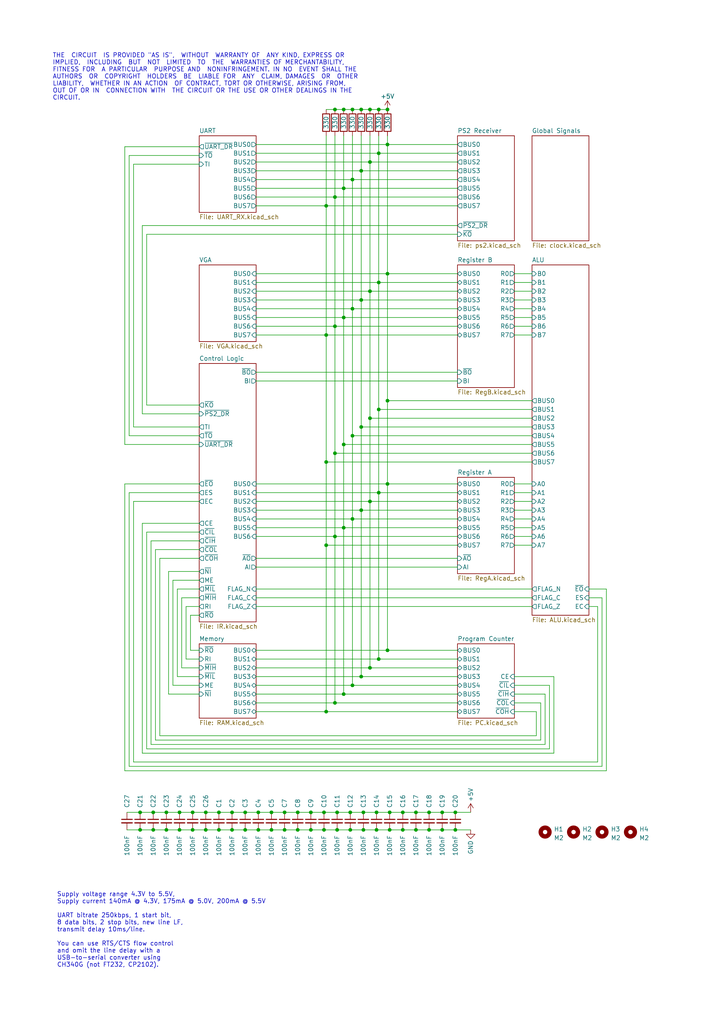
<source format=kicad_sch>
(kicad_sch (version 20211123) (generator eeschema)
  (paper "A4" portrait)
  (title_block (title "Minimal 64 Home Computer") (date "2023-06-22") (rev "1.2") (comment 2 "creativecommons.org/licenses/by-nc-sa/4.0/") (comment 3 "This work is licensed under CC BY-NC-SA 4.0") (comment 4 "Author: Carsten Herting (slu4)"))
  (lib_symbols
    (symbol "Device:C_Small" (pin_numbers hide) (pin_names (offset 0.254) hide)
      (property "Reference" "C" (at 0.254 1.778 0))
      (property "Value" "C_Small" (at 0.254 -2.032 0))
      (symbol "C_Small_0_1"
        (polyline (pts (xy -1.524 -0.508) (xy 1.524 -0.508)) (stroke (width 0.3302)))
        (polyline (pts (xy -1.524 0.508) (xy 1.524 0.508)) (stroke (width 0.3048)))
      )
      (symbol "C_Small_1_1"
        (pin passive line (at 0 2.54 270) (length 2.032) (name "~") (number "1"))
        (pin passive line (at 0 -2.54 90) (length 2.032) (name "~") (number "2"))
      )
    )
    (symbol "Device:R" (pin_numbers hide) (pin_names (offset 0))
      (property "Reference" "R" (at 2.032 0 90))
      (property "Value" "R" (at 0 0 90))
      (symbol "R_0_1"
        (rectangle (start -1.016 -2.54) (end 1.016 2.54) (stroke (width 0.254)))
      )
      (symbol "R_1_1"
        (pin passive line (at 0 3.81 270) (length 1.27) (name "~") (number "1"))
        (pin passive line (at 0 -3.81 90) (length 1.27) (name "~") (number "2"))
      )
    )
    (symbol "Mechanical:MountingHole" (pin_names (offset 1.016))
      (property "Reference" "H" (at 0 5.08 0))
      (property "Value" "MountingHole" (at 0 3.175 0))
      (symbol "MountingHole_0_1"
        (circle (center 0 0) (radius 1.27) (stroke (width 1.27)))
      )
    )
    (symbol "power:+5V" (power) (pin_names (offset 0))
      (property "Value" "+5V" (at 0 3.556 0))
      (symbol "+5V_0_1"
        (polyline (pts (xy -0.762 1.27) (xy 0 2.54)))
        (polyline (pts (xy 0 0) (xy 0 2.54)))
        (polyline (pts (xy 0 2.54) (xy 0.762 1.27)))
      )
      (symbol "+5V_1_1"
        (pin power_in line (at 0 0 90) (length 0) hide (name "+5V") (number "1"))
      )
    )
    (symbol "power:GND" (power) (pin_names (offset 0))
      (property "Value" "GND" (at 0 -3.81 0))
      (symbol "GND_0_1"
        (polyline (pts (xy 0 0) (xy 0 -1.27) (xy 1.27 -1.27) (xy 0 -2.54) (xy -1.27 -1.27) (xy 0 -1.27)))
      )
      (symbol "GND_1_1"
        (pin power_in line (at 0 0 270) (length 0) hide (name "GND") (number "1"))
      )
    )
  )
  (junction (at 109.855 31.75))
  (junction (at 107.315 193.675))
  (junction (at 63.5 235.585))
  (junction (at 112.395 79.375))
  (junction (at 71.12 235.585))
  (junction (at 102.235 150.495))
  (junction (at 120.65 240.665))
  (junction (at 101.6 235.585))
  (junction (at 109.22 240.665))
  (junction (at 74.93 240.665))
  (junction (at 132.08 240.665))
  (junction (at 104.775 196.215))
  (junction (at 112.395 31.75))
  (junction (at 107.315 84.455))
  (junction (at 107.315 31.75))
  (junction (at 107.315 145.415))
  (junction (at 94.615 97.155))
  (junction (at 78.74 240.665))
  (junction (at 116.84 240.665))
  (junction (at 94.615 133.985))
  (junction (at 116.84 235.585))
  (junction (at 104.775 86.995))
  (junction (at 99.695 92.075))
  (junction (at 97.155 203.835))
  (junction (at 97.155 131.445))
  (junction (at 44.45 240.665))
  (junction (at 55.88 235.585))
  (junction (at 102.235 31.75))
  (junction (at 82.55 240.665))
  (junction (at 44.45 235.585))
  (junction (at 102.235 89.535))
  (junction (at 132.08 235.585))
  (junction (at 94.615 59.69))
  (junction (at 112.395 41.91))
  (junction (at 109.855 81.915))
  (junction (at 101.6 240.665))
  (junction (at 104.775 123.825))
  (junction (at 82.55 235.585))
  (junction (at 128.27 240.665))
  (junction (at 112.395 188.595))
  (junction (at 97.155 57.15))
  (junction (at 97.155 94.615))
  (junction (at 105.41 235.585))
  (junction (at 40.64 240.665))
  (junction (at 113.03 235.585))
  (junction (at 99.695 31.75))
  (junction (at 52.07 240.665))
  (junction (at 67.31 240.665))
  (junction (at 109.855 118.745))
  (junction (at 67.31 235.585))
  (junction (at 48.26 235.585))
  (junction (at 99.695 153.035))
  (junction (at 112.395 140.335))
  (junction (at 109.22 235.585))
  (junction (at 109.855 191.135))
  (junction (at 105.41 240.665))
  (junction (at 63.5 240.665))
  (junction (at 86.36 240.665))
  (junction (at 102.235 52.07))
  (junction (at 97.155 155.575))
  (junction (at 102.235 126.365))
  (junction (at 104.775 49.53))
  (junction (at 59.69 240.665))
  (junction (at 120.65 235.585))
  (junction (at 104.775 31.75))
  (junction (at 97.79 240.665))
  (junction (at 71.12 240.665))
  (junction (at 107.315 46.99))
  (junction (at 55.88 240.665))
  (junction (at 102.235 198.755))
  (junction (at 109.855 44.45))
  (junction (at 112.395 116.205))
  (junction (at 124.46 235.585))
  (junction (at 104.775 147.955))
  (junction (at 99.695 54.61))
  (junction (at 40.64 235.585))
  (junction (at 59.69 235.585))
  (junction (at 99.695 128.905))
  (junction (at 90.17 240.665))
  (junction (at 107.315 121.285))
  (junction (at 113.03 240.665))
  (junction (at 128.27 235.585))
  (junction (at 99.695 201.295))
  (junction (at 109.855 142.875))
  (junction (at 94.615 158.115))
  (junction (at 48.26 240.665))
  (junction (at 86.36 235.585))
  (junction (at 78.74 235.585))
  (junction (at 124.46 240.665))
  (junction (at 90.17 235.585))
  (junction (at 93.98 240.665))
  (junction (at 93.98 235.585))
  (junction (at 97.79 235.585))
  (junction (at 97.155 31.75))
  (junction (at 74.93 235.585))
  (junction (at 94.615 206.375))
  (junction (at 52.07 235.585))
  (wire (pts (xy 94.615 133.985) (xy 94.615 158.115)))
  (wire (pts (xy 74.295 191.135) (xy 109.855 191.135)))
  (wire (pts (xy 154.305 97.155) (xy 149.225 97.155)))
  (wire (pts (xy 90.17 240.665) (xy 93.98 240.665)))
  (wire (pts (xy 36.195 128.905) (xy 36.195 42.545)))
  (wire (pts (xy 97.155 39.37) (xy 97.155 57.15)))
  (wire (pts (xy 132.715 52.07) (xy 102.235 52.07)))
  (wire (pts (xy 86.36 235.585) (xy 90.17 235.585)))
  (wire (pts (xy 37.465 142.875) (xy 57.785 142.875)))
  (wire (pts (xy 102.235 198.755) (xy 102.235 150.495)))
  (wire (pts (xy 109.855 118.745) (xy 154.305 118.745)))
  (wire (pts (xy 99.695 31.75) (xy 102.235 31.75)))
  (wire (pts (xy 44.45 235.585) (xy 48.26 235.585)))
  (wire (pts (xy 104.775 31.75) (xy 107.315 31.75)))
  (wire (pts (xy 41.275 218.44) (xy 160.655 218.44)))
  (wire (pts (xy 174.625 173.355) (xy 174.625 222.25)))
  (wire (pts (xy 41.275 151.765) (xy 41.275 218.44)))
  (wire (pts (xy 94.615 39.37) (xy 94.615 59.69)))
  (wire (pts (xy 104.775 196.215) (xy 132.715 196.215)))
  (wire (pts (xy 42.545 154.305) (xy 57.785 154.305)))
  (wire (pts (xy 55.88 235.585) (xy 59.69 235.585)))
  (wire (pts (xy 41.275 120.015) (xy 41.275 65.405)))
  (wire (pts (xy 149.225 153.035) (xy 154.305 153.035)))
  (wire (pts (xy 74.295 193.675) (xy 107.315 193.675)))
  (wire (pts (xy 42.545 67.945) (xy 132.715 67.945)))
  (wire (pts (xy 44.45 240.665) (xy 48.26 240.665)))
  (wire (pts (xy 37.465 126.365) (xy 57.785 126.365)))
  (wire (pts (xy 57.785 117.475) (xy 42.545 117.475)))
  (wire (pts (xy 113.03 240.665) (xy 116.84 240.665)))
  (wire (pts (xy 107.315 121.285) (xy 154.305 121.285)))
  (wire (pts (xy 38.735 123.825) (xy 38.735 47.625)))
  (wire (pts (xy 48.26 235.585) (xy 52.07 235.585)))
  (wire (pts (xy 71.12 240.665) (xy 74.93 240.665)))
  (wire (pts (xy 99.695 92.075) (xy 99.695 128.905)))
  (wire (pts (xy 112.395 116.205) (xy 154.305 116.205)))
  (wire (pts (xy 99.695 153.035) (xy 74.295 153.035)))
  (wire (pts (xy 109.855 81.915) (xy 109.855 118.745)))
  (wire (pts (xy 50.165 198.755) (xy 57.785 198.755)))
  (wire (pts (xy 90.17 235.585) (xy 93.98 235.585)))
  (wire (pts (xy 112.395 116.205) (xy 112.395 140.335)))
  (wire (pts (xy 94.615 31.75) (xy 97.155 31.75)))
  (wire (pts (xy 160.655 218.44) (xy 160.655 196.215)))
  (wire (pts (xy 132.715 147.955) (xy 104.775 147.955)))
  (wire (pts (xy 97.155 31.75) (xy 99.695 31.75)))
  (wire (pts (xy 67.31 240.665) (xy 71.12 240.665)))
  (wire (pts (xy 74.295 107.95) (xy 132.715 107.95)))
  (wire (pts (xy 74.295 110.49) (xy 132.715 110.49)))
  (wire (pts (xy 57.785 168.275) (xy 50.165 168.275)))
  (wire (pts (xy 149.225 140.335) (xy 154.305 140.335)))
  (wire (pts (xy 104.775 49.53) (xy 132.715 49.53)))
  (wire (pts (xy 107.315 46.99) (xy 107.315 84.455)))
  (wire (pts (xy 36.195 140.335) (xy 57.785 140.335)))
  (wire (pts (xy 45.085 214.63) (xy 45.085 159.385)))
  (wire (pts (xy 57.785 151.765) (xy 41.275 151.765)))
  (wire (pts (xy 107.315 39.37) (xy 107.315 46.99)))
  (wire (pts (xy 74.295 46.99) (xy 107.315 46.99)))
  (wire (pts (xy 101.6 240.665) (xy 105.41 240.665)))
  (wire (pts (xy 149.225 147.955) (xy 154.305 147.955)))
  (wire (pts (xy 105.41 240.665) (xy 109.22 240.665)))
  (wire (pts (xy 102.235 31.75) (xy 104.775 31.75)))
  (wire (pts (xy 116.84 235.585) (xy 120.65 235.585)))
  (wire (pts (xy 57.785 178.435) (xy 55.245 178.435)))
  (wire (pts (xy 46.355 161.925) (xy 46.355 213.36)))
  (wire (pts (xy 173.355 175.895) (xy 170.815 175.895)))
  (wire (pts (xy 38.735 145.415) (xy 57.785 145.415)))
  (wire (pts (xy 53.975 191.135) (xy 57.785 191.135)))
  (wire (pts (xy 63.5 235.585) (xy 67.31 235.585)))
  (wire (pts (xy 51.435 196.215) (xy 57.785 196.215)))
  (wire (pts (xy 99.695 153.035) (xy 132.715 153.035)))
  (wire (pts (xy 37.465 45.085) (xy 37.465 126.365)))
  (wire (pts (xy 120.65 240.665) (xy 124.46 240.665)))
  (wire (pts (xy 46.355 161.925) (xy 57.785 161.925)))
  (wire (pts (xy 105.41 235.585) (xy 109.22 235.585)))
  (wire (pts (xy 101.6 235.585) (xy 105.41 235.585)))
  (wire (pts (xy 102.235 52.07) (xy 102.235 89.535)))
  (wire (pts (xy 170.815 173.355) (xy 174.625 173.355)))
  (wire (pts (xy 52.705 193.675) (xy 52.705 173.355)))
  (wire (pts (xy 86.36 240.665) (xy 90.17 240.665)))
  (wire (pts (xy 109.855 31.75) (xy 112.395 31.75)))
  (wire (pts (xy 94.615 206.375) (xy 132.715 206.375)))
  (wire (pts (xy 57.785 170.815) (xy 51.435 170.815)))
  (wire (pts (xy 36.195 42.545) (xy 57.785 42.545)))
  (wire (pts (xy 74.295 89.535) (xy 102.235 89.535)))
  (wire (pts (xy 104.775 123.825) (xy 154.305 123.825)))
  (wire (pts (xy 94.615 59.69) (xy 94.615 97.155)))
  (wire (pts (xy 94.615 59.69) (xy 132.715 59.69)))
  (wire (pts (xy 112.395 39.37) (xy 112.395 41.91)))
  (wire (pts (xy 109.855 81.915) (xy 74.295 81.915)))
  (wire (pts (xy 74.295 201.295) (xy 99.695 201.295)))
  (wire (pts (xy 43.815 156.845) (xy 57.785 156.845)))
  (wire (pts (xy 74.295 188.595) (xy 112.395 188.595)))
  (wire (pts (xy 102.235 89.535) (xy 102.235 126.365)))
  (wire (pts (xy 97.155 131.445) (xy 154.305 131.445)))
  (wire (pts (xy 97.79 235.585) (xy 101.6 235.585)))
  (wire (pts (xy 116.84 240.665) (xy 120.65 240.665)))
  (wire (pts (xy 74.295 161.925) (xy 132.715 161.925)))
  (wire (pts (xy 109.22 235.585) (xy 113.03 235.585)))
  (wire (pts (xy 48.26 240.665) (xy 52.07 240.665)))
  (wire (pts (xy 132.715 145.415) (xy 107.315 145.415)))
  (wire (pts (xy 71.12 235.585) (xy 74.93 235.585)))
  (wire (pts (xy 74.295 140.335) (xy 112.395 140.335)))
  (wire (pts (xy 132.08 240.665) (xy 136.525 240.665)))
  (wire (pts (xy 104.775 39.37) (xy 104.775 49.53)))
  (wire (pts (xy 74.93 240.665) (xy 78.74 240.665)))
  (wire (pts (xy 51.435 170.815) (xy 51.435 196.215)))
  (wire (pts (xy 160.655 196.215) (xy 149.225 196.215)))
  (wire (pts (xy 132.715 140.335) (xy 112.395 140.335)))
  (wire (pts (xy 154.305 142.875) (xy 149.225 142.875)))
  (wire (pts (xy 99.695 153.035) (xy 99.695 201.295)))
  (wire (pts (xy 45.085 214.63) (xy 156.845 214.63)))
  (wire (pts (xy 173.355 220.98) (xy 173.355 175.895)))
  (wire (pts (xy 104.775 147.955) (xy 74.295 147.955)))
  (wire (pts (xy 149.225 89.535) (xy 154.305 89.535)))
  (wire (pts (xy 41.275 65.405) (xy 132.715 65.405)))
  (wire (pts (xy 99.695 39.37) (xy 99.695 54.61)))
  (wire (pts (xy 94.615 158.115) (xy 94.615 206.375)))
  (wire (pts (xy 74.295 52.07) (xy 102.235 52.07)))
  (wire (pts (xy 99.695 128.905) (xy 99.695 153.035)))
  (wire (pts (xy 63.5 240.665) (xy 67.31 240.665)))
  (wire (pts (xy 132.715 155.575) (xy 97.155 155.575)))
  (wire (pts (xy 154.305 86.995) (xy 149.225 86.995)))
  (wire (pts (xy 36.83 235.585) (xy 40.64 235.585)))
  (wire (pts (xy 112.395 79.375) (xy 112.395 116.205)))
  (wire (pts (xy 155.575 206.375) (xy 155.575 213.36)))
  (wire (pts (xy 82.55 235.585) (xy 86.36 235.585)))
  (wire (pts (xy 50.165 168.275) (xy 50.165 198.755)))
  (wire (pts (xy 112.395 41.91) (xy 112.395 79.375)))
  (wire (pts (xy 109.855 118.745) (xy 109.855 142.875)))
  (wire (pts (xy 53.975 175.895) (xy 53.975 191.135)))
  (wire (pts (xy 99.695 201.295) (xy 132.715 201.295)))
  (wire (pts (xy 48.895 165.735) (xy 57.785 165.735)))
  (wire (pts (xy 57.785 120.015) (xy 41.275 120.015)))
  (wire (pts (xy 37.465 222.25) (xy 37.465 142.875)))
  (wire (pts (xy 109.22 240.665) (xy 113.03 240.665)))
  (wire (pts (xy 59.69 235.585) (xy 63.5 235.585)))
  (wire (pts (xy 55.245 188.595) (xy 55.245 178.435)))
  (wire (pts (xy 38.735 145.415) (xy 38.735 220.98)))
  (wire (pts (xy 97.155 131.445) (xy 97.155 155.575)))
  (wire (pts (xy 46.355 213.36) (xy 155.575 213.36)))
  (wire (pts (xy 104.775 49.53) (xy 104.775 86.995)))
  (wire (pts (xy 74.295 57.15) (xy 97.155 57.15)))
  (wire (pts (xy 109.855 191.135) (xy 109.855 142.875)))
  (wire (pts (xy 107.315 31.75) (xy 109.855 31.75)))
  (wire (pts (xy 74.295 164.465) (xy 132.715 164.465)))
  (wire (pts (xy 93.98 235.585) (xy 97.79 235.585)))
  (wire (pts (xy 55.88 240.665) (xy 59.69 240.665)))
  (wire (pts (xy 132.715 81.915) (xy 109.855 81.915)))
  (wire (pts (xy 42.545 154.305) (xy 42.545 217.17)))
  (wire (pts (xy 74.295 94.615) (xy 97.155 94.615)))
  (wire (pts (xy 109.855 44.45) (xy 109.855 81.915)))
  (wire (pts (xy 102.235 39.37) (xy 102.235 52.07)))
  (wire (pts (xy 102.235 126.365) (xy 102.235 150.495)))
  (wire (pts (xy 107.315 121.285) (xy 107.315 145.415)))
  (wire (pts (xy 63.5 240.665) (xy 59.69 240.665)))
  (wire (pts (xy 74.295 150.495) (xy 102.235 150.495)))
  (wire (pts (xy 57.785 201.295) (xy 48.895 201.295)))
  (wire (pts (xy 109.855 191.135) (xy 132.715 191.135)))
  (wire (pts (xy 99.695 54.61) (xy 132.715 54.61)))
  (wire (pts (xy 42.545 117.475) (xy 42.545 67.945)))
  (wire (pts (xy 159.385 198.755) (xy 159.385 217.17)))
  (wire (pts (xy 52.07 240.665) (xy 55.88 240.665)))
  (wire (pts (xy 57.785 173.355) (xy 52.705 173.355)))
  (wire (pts (xy 120.65 235.585) (xy 124.46 235.585)))
  (wire (pts (xy 149.225 201.295) (xy 158.115 201.295)))
  (wire (pts (xy 43.815 156.845) (xy 43.815 215.9)))
  (wire (pts (xy 175.895 223.52) (xy 36.195 223.52)))
  (wire (pts (xy 55.245 188.595) (xy 57.785 188.595)))
  (wire (pts (xy 104.775 86.995) (xy 104.775 123.825)))
  (wire (pts (xy 149.225 84.455) (xy 154.305 84.455)))
  (wire (pts (xy 158.115 201.295) (xy 158.115 215.9)))
  (wire (pts (xy 78.74 235.585) (xy 82.55 235.585)))
  (wire (pts (xy 99.695 92.075) (xy 74.295 92.075)))
  (wire (pts (xy 149.225 158.115) (xy 154.305 158.115)))
  (wire (pts (xy 156.845 214.63) (xy 156.845 203.835)))
  (wire (pts (xy 107.315 84.455) (xy 107.315 121.285)))
  (wire (pts (xy 78.74 240.665) (xy 82.55 240.665)))
  (wire (pts (xy 74.295 198.755) (xy 102.235 198.755)))
  (wire (pts (xy 97.155 57.15) (xy 97.155 94.615)))
  (wire (pts (xy 74.295 196.215) (xy 104.775 196.215)))
  (wire (pts (xy 113.03 235.585) (xy 116.84 235.585)))
  (wire (pts (xy 102.235 198.755) (xy 132.715 198.755)))
  (wire (pts (xy 149.225 81.915) (xy 154.305 81.915)))
  (wire (pts (xy 57.785 45.085) (xy 37.465 45.085)))
  (wire (pts (xy 112.395 188.595) (xy 132.715 188.595)))
  (wire (pts (xy 67.31 235.585) (xy 71.12 235.585)))
  (wire (pts (xy 109.855 142.875) (xy 74.295 142.875)))
  (wire (pts (xy 36.83 240.665) (xy 40.64 240.665)))
  (wire (pts (xy 159.385 217.17) (xy 42.545 217.17)))
  (wire (pts (xy 74.295 79.375) (xy 112.395 79.375)))
  (wire (pts (xy 149.225 155.575) (xy 154.305 155.575)))
  (wire (pts (xy 53.975 175.895) (xy 57.785 175.895)))
  (wire (pts (xy 149.225 94.615) (xy 154.305 94.615)))
  (wire (pts (xy 158.115 215.9) (xy 43.815 215.9)))
  (wire (pts (xy 74.295 44.45) (xy 109.855 44.45)))
  (wire (pts (xy 38.735 47.625) (xy 57.785 47.625)))
  (wire (pts (xy 99.695 92.075) (xy 132.715 92.075)))
  (wire (pts (xy 132.715 142.875) (xy 109.855 142.875)))
  (wire (pts (xy 107.315 193.675) (xy 132.715 193.675)))
  (wire (pts (xy 82.55 240.665) (xy 86.36 240.665)))
  (wire (pts (xy 74.93 235.585) (xy 78.74 235.585)))
  (wire (pts (xy 74.295 203.835) (xy 97.155 203.835)))
  (wire (pts (xy 154.305 170.815) (xy 74.295 170.815)))
  (wire (pts (xy 107.315 193.675) (xy 107.315 145.415)))
  (wire (pts (xy 132.715 57.15) (xy 97.155 57.15)))
  (wire (pts (xy 132.715 89.535) (xy 102.235 89.535)))
  (wire (pts (xy 40.64 240.665) (xy 44.45 240.665)))
  (wire (pts (xy 57.785 128.905) (xy 36.195 128.905)))
  (wire (pts (xy 174.625 222.25) (xy 37.465 222.25)))
  (wire (pts (xy 36.195 223.52) (xy 36.195 140.335)))
  (wire (pts (xy 132.08 235.585) (xy 136.525 235.585)))
  (wire (pts (xy 94.615 133.985) (xy 154.305 133.985)))
  (wire (pts (xy 93.98 240.665) (xy 97.79 240.665)))
  (wire (pts (xy 132.715 44.45) (xy 109.855 44.45)))
  (wire (pts (xy 149.225 150.495) (xy 154.305 150.495)))
  (wire (pts (xy 38.735 220.98) (xy 173.355 220.98)))
  (wire (pts (xy 94.615 158.115) (xy 132.715 158.115)))
  (wire (pts (xy 107.315 46.99) (xy 132.715 46.99)))
  (wire (pts (xy 74.295 84.455) (xy 107.315 84.455)))
  (wire (pts (xy 52.07 235.585) (xy 55.88 235.585)))
  (wire (pts (xy 104.775 86.995) (xy 74.295 86.995)))
  (wire (pts (xy 48.895 201.295) (xy 48.895 165.735)))
  (wire (pts (xy 109.855 39.37) (xy 109.855 44.45)))
  (wire (pts (xy 97.155 155.575) (xy 97.155 203.835)))
  (wire (pts (xy 155.575 206.375) (xy 149.225 206.375)))
  (wire (pts (xy 104.775 123.825) (xy 104.775 147.955)))
  (wire (pts (xy 128.27 235.585) (xy 132.08 235.585)))
  (wire (pts (xy 132.715 97.155) (xy 94.615 97.155)))
  (wire (pts (xy 74.295 59.69) (xy 94.615 59.69)))
  (wire (pts (xy 175.895 170.815) (xy 175.895 223.52)))
  (wire (pts (xy 102.235 126.365) (xy 154.305 126.365)))
  (wire (pts (xy 97.155 155.575) (xy 74.295 155.575)))
  (wire (pts (xy 97.155 94.615) (xy 97.155 131.445)))
  (wire (pts (xy 112.395 140.335) (xy 112.395 188.595)))
  (wire (pts (xy 94.615 97.155) (xy 74.295 97.155)))
  (wire (pts (xy 128.27 240.665) (xy 132.08 240.665)))
  (wire (pts (xy 104.775 147.955) (xy 104.775 196.215)))
  (wire (pts (xy 74.295 145.415) (xy 107.315 145.415)))
  (wire (pts (xy 57.785 159.385) (xy 45.085 159.385)))
  (wire (pts (xy 154.305 173.355) (xy 74.295 173.355)))
  (wire (pts (xy 74.295 41.91) (xy 112.395 41.91)))
  (wire (pts (xy 132.715 84.455) (xy 107.315 84.455)))
  (wire (pts (xy 154.305 175.895) (xy 74.295 175.895)))
  (wire (pts (xy 154.305 92.075) (xy 149.225 92.075)))
  (wire (pts (xy 99.695 128.905) (xy 154.305 128.905)))
  (wire (pts (xy 97.79 240.665) (xy 101.6 240.665)))
  (wire (pts (xy 132.715 41.91) (xy 112.395 41.91)))
  (wire (pts (xy 74.295 206.375) (xy 94.615 206.375)))
  (wire (pts (xy 74.295 54.61) (xy 99.695 54.61)))
  (wire (pts (xy 40.64 235.585) (xy 44.45 235.585)))
  (wire (pts (xy 149.225 145.415) (xy 154.305 145.415)))
  (wire (pts (xy 156.845 203.835) (xy 149.225 203.835)))
  (wire (pts (xy 52.705 193.675) (xy 57.785 193.675)))
  (wire (pts (xy 97.155 203.835) (xy 132.715 203.835)))
  (wire (pts (xy 74.295 49.53) (xy 104.775 49.53)))
  (wire (pts (xy 99.695 54.61) (xy 99.695 92.075)))
  (wire (pts (xy 124.46 235.585) (xy 128.27 235.585)))
  (wire (pts (xy 124.46 240.665) (xy 128.27 240.665)))
  (wire (pts (xy 132.715 150.495) (xy 102.235 150.495)))
  (wire (pts (xy 132.715 79.375) (xy 112.395 79.375)))
  (wire (pts (xy 170.815 170.815) (xy 175.895 170.815)))
  (wire (pts (xy 104.775 86.995) (xy 132.715 86.995)))
  (wire (pts (xy 149.225 79.375) (xy 154.305 79.375)))
  (wire (pts (xy 149.225 198.755) (xy 159.385 198.755)))
  (wire (pts (xy 94.615 97.155) (xy 94.615 133.985)))
  (wire (pts (xy 38.735 123.825) (xy 57.785 123.825)))
  (wire (pts (xy 132.715 94.615) (xy 97.155 94.615)))
  (text "Supply voltage range 4.3V to 5.5V,\nSupply current 140mA @ 4.3V, 175mA @ 5.0V, 200mA @ 5.5V\n\nUART bitrate 250kbps, 1 start bit,\n8 data bits, 2 stop bits, new line LF,\ntransmit delay 10ms/line.\n\nYou can use RTS/CTS flow control\nand omit the line delay with a\nUSB-to-serial converter using\nCH340G (not FT232, CP2102)." (at 16.51 280.67 0) (effects (font (size 1.27 1.27)) (justify left bottom)))
  (text "THE  CIRCUIT  IS PROVIDED \"AS IS\",  WITHOUT  WARRANTY OF  ANY KIND, EXPRESS OR\nIMPLIED,  INCLUDING  BUT  NOT  LIMITED  TO  THE  WARRANTIES OF MERCHANTABILITY,\nFITNESS FOR  A PARTICULAR  PURPOSE AND  NONINFRINGEMENT. IN NO  EVENT SHALL THE\nAUTHORS  OR  COPYRIGHT  HOLDERS  BE  LIABLE FOR  ANY  CLAIM, DAMAGES  OR  OTHER\nLIABILITY,  WHETHER IN AN ACTION  OF CONTRACT, TORT OR OTHERWISE, ARISING FROM,\nOUT OF OR IN  CONNECTION WITH  THE CIRCUIT OR THE USE OR OTHER DEALINGS IN THE\nCIRCUIT." (at 15.24 29.21 0) (effects (font (size 1.27 1.27)) (justify left bottom)))
  (symbol (lib_id "power:+5V") (at 136.525 235.585 0) (mirror y) (unit 1)
    (property "Reference" "#PWR0271" (effects hide))
    (property "Value" "+5V" (at 136.525 230.505 90))
  )
  (symbol (lib_id "Device:R") (at 112.395 35.56 180) (unit 1)
    (property "Reference" "R32" (effects hide))
    (property "Value" "330" (at 112.395 35.56 90))
    (property "Footprint" "Resistor_THT:R_Axial_DIN0207_L6.3mm_D2.5mm_P7.62mm_Horizontal" (effects hide))
  )
  (symbol (lib_id "power:GND") (at 136.525 240.665 0) (unit 1)
    (property "Reference" "#PWR0253" (effects hide))
    (property "Value" "GND" (at 136.525 245.745 90))
  )
  (symbol (lib_id "Device:C_Small") (at 55.88 238.125 0) (unit 1)
    (property "Reference" "C25" (at 55.88 234.315 90) (effects (justify left)))
    (property "Value" "100nF" (at 55.88 248.285 90) (effects (justify left)))
    (property "Footprint" "Capacitor_THT:C_Disc_D3.4mm_W2.1mm_P2.50mm" (effects hide))
  )
  (symbol (lib_id "Device:C_Small") (at 63.5 238.125 0) (unit 1)
    (property "Reference" "C1" (at 63.5 234.315 90) (effects (justify left)))
    (property "Value" "100nF" (at 63.5 248.285 90) (effects (justify left)))
    (property "Footprint" "Capacitor_THT:C_Disc_D3.4mm_W2.1mm_P2.50mm" (effects hide))
  )
  (symbol (lib_id "Device:R") (at 99.695 35.56 180) (unit 1)
    (property "Reference" "R27" (effects hide))
    (property "Value" "330" (at 99.695 35.56 90))
    (property "Footprint" "Resistor_THT:R_Axial_DIN0207_L6.3mm_D2.5mm_P7.62mm_Horizontal" (effects hide))
  )
  (symbol (lib_id "Mechanical:MountingHole") (at 166.37 241.3 0) (unit 1)
    (property "Reference" "H2" (at 168.91 240.4653 0) (effects (justify left)))
    (property "Value" "M2" (at 168.91 243.0022 0) (effects (justify left)))
    (property "Footprint" "MountingHole:MountingHole_2.2mm_M2" (effects hide))
  )
  (symbol (lib_id "Device:C_Small") (at 109.22 238.125 0) (unit 1)
    (property "Reference" "C14" (at 109.22 234.315 90) (effects (justify left)))
    (property "Value" "100nF" (at 109.22 248.285 90) (effects (justify left)))
    (property "Footprint" "Capacitor_THT:C_Disc_D3.4mm_W2.1mm_P2.50mm" (effects hide))
  )
  (symbol (lib_id "Device:C_Small") (at 52.07 238.125 0) (unit 1)
    (property "Reference" "C24" (at 52.07 234.315 90) (effects (justify left)))
    (property "Value" "100nF" (at 52.07 248.285 90) (effects (justify left)))
    (property "Footprint" "Capacitor_THT:C_Disc_D3.4mm_W2.1mm_P2.50mm" (effects hide))
  )
  (symbol (lib_id "Mechanical:MountingHole") (at 158.115 241.3 0) (unit 1)
    (property "Reference" "H1" (at 160.655 240.4653 0) (effects (justify left)))
    (property "Value" "M2" (at 160.655 243.0022 0) (effects (justify left)))
    (property "Footprint" "MountingHole:MountingHole_2.2mm_M2" (effects hide))
  )
  (symbol (lib_id "Device:C_Small") (at 67.31 238.125 0) (unit 1)
    (property "Reference" "C2" (at 67.31 234.315 90) (effects (justify left)))
    (property "Value" "100nF" (at 67.31 248.285 90) (effects (justify left)))
    (property "Footprint" "Capacitor_THT:C_Disc_D3.4mm_W2.1mm_P2.50mm" (effects hide))
  )
  (symbol (lib_id "Device:C_Small") (at 97.79 238.125 0) (unit 1)
    (property "Reference" "C11" (at 97.79 234.315 90) (effects (justify left)))
    (property "Value" "100nF" (at 97.79 248.285 90) (effects (justify left)))
    (property "Footprint" "Capacitor_THT:C_Disc_D3.4mm_W2.1mm_P2.50mm" (effects hide))
  )
  (symbol (lib_id "Device:R") (at 97.155 35.56 180) (unit 1)
    (property "Reference" "R26" (effects hide))
    (property "Value" "330" (at 97.155 35.56 90))
    (property "Footprint" "Resistor_THT:R_Axial_DIN0207_L6.3mm_D2.5mm_P7.62mm_Horizontal" (effects hide))
  )
  (symbol (lib_id "Device:C_Small") (at 120.65 238.125 0) (unit 1)
    (property "Reference" "C17" (at 120.65 234.315 90) (effects (justify left)))
    (property "Value" "100nF" (at 120.65 248.285 90) (effects (justify left)))
    (property "Footprint" "Capacitor_THT:C_Disc_D3.4mm_W2.1mm_P2.50mm" (effects hide))
  )
  (symbol (lib_id "Device:C_Small") (at 113.03 238.125 0) (unit 1)
    (property "Reference" "C15" (at 113.03 234.315 90) (effects (justify left)))
    (property "Value" "100nF" (at 113.03 248.285 90) (effects (justify left)))
    (property "Footprint" "Capacitor_THT:C_Disc_D3.4mm_W2.1mm_P2.50mm" (effects hide))
  )
  (symbol (lib_id "Device:C_Small") (at 36.83 238.125 0) (unit 1)
    (property "Reference" "C27" (at 36.83 234.315 90) (effects (justify left)))
    (property "Value" "100nF" (at 36.83 248.285 90) (effects (justify left)))
    (property "Footprint" "Capacitor_THT:C_Disc_D3.4mm_W2.1mm_P2.50mm" (effects hide))
  )
  (symbol (lib_id "Device:R") (at 109.855 35.56 180) (unit 1)
    (property "Reference" "R31" (effects hide))
    (property "Value" "330" (at 109.855 35.56 90))
    (property "Footprint" "Resistor_THT:R_Axial_DIN0207_L6.3mm_D2.5mm_P7.62mm_Horizontal" (effects hide))
  )
  (symbol (lib_id "Device:C_Small") (at 128.27 238.125 0) (unit 1)
    (property "Reference" "C19" (at 128.27 234.315 90) (effects (justify left)))
    (property "Value" "100nF" (at 128.27 248.285 90) (effects (justify left)))
    (property "Footprint" "Capacitor_THT:C_Disc_D3.4mm_W2.1mm_P2.50mm" (effects hide))
  )
  (symbol (lib_id "Device:C_Small") (at 48.26 238.125 0) (unit 1)
    (property "Reference" "C23" (at 48.26 234.315 90) (effects (justify left)))
    (property "Value" "100nF" (at 48.26 248.285 90) (effects (justify left)))
    (property "Footprint" "Capacitor_THT:C_Disc_D3.4mm_W2.1mm_P2.50mm" (effects hide))
  )
  (symbol (lib_id "Device:R") (at 107.315 35.56 180) (unit 1)
    (property "Reference" "R30" (effects hide))
    (property "Value" "330" (at 107.315 35.56 90))
    (property "Footprint" "Resistor_THT:R_Axial_DIN0207_L6.3mm_D2.5mm_P7.62mm_Horizontal" (effects hide))
  )
  (symbol (lib_id "power:+5V") (at 112.395 31.75 0) (mirror y) (unit 1)
    (property "Reference" "#PWR03" (effects hide))
    (property "Value" "+5V" (at 112.395 27.94 0))
  )
  (symbol (lib_id "Device:R") (at 104.775 35.56 180) (unit 1)
    (property "Reference" "R29" (effects hide))
    (property "Value" "330" (at 104.775 35.56 90))
    (property "Footprint" "Resistor_THT:R_Axial_DIN0207_L6.3mm_D2.5mm_P7.62mm_Horizontal" (effects hide))
  )
  (symbol (lib_id "Device:C_Small") (at 90.17 238.125 0) (unit 1)
    (property "Reference" "C9" (at 90.17 234.315 90) (effects (justify left)))
    (property "Value" "100nF" (at 90.17 248.285 90) (effects (justify left)))
    (property "Footprint" "Capacitor_THT:C_Disc_D3.4mm_W2.1mm_P2.50mm" (effects hide))
  )
  (symbol (lib_id "Device:C_Small") (at 74.93 238.125 0) (unit 1)
    (property "Reference" "C4" (at 74.93 234.315 90) (effects (justify left)))
    (property "Value" "100nF" (at 74.93 248.285 90) (effects (justify left)))
    (property "Footprint" "Capacitor_THT:C_Disc_D3.4mm_W2.1mm_P2.50mm" (effects hide))
  )
  (symbol (lib_id "Device:R") (at 102.235 35.56 180) (unit 1)
    (property "Reference" "R28" (effects hide))
    (property "Value" "330" (at 102.235 35.56 90))
    (property "Footprint" "Resistor_THT:R_Axial_DIN0207_L6.3mm_D2.5mm_P7.62mm_Horizontal" (effects hide))
  )
  (symbol (lib_id "Device:C_Small") (at 86.36 238.125 0) (unit 1)
    (property "Reference" "C8" (at 86.36 234.315 90) (effects (justify left)))
    (property "Value" "100nF" (at 86.36 248.285 90) (effects (justify left)))
    (property "Footprint" "Capacitor_THT:C_Disc_D3.4mm_W2.1mm_P2.50mm" (effects hide))
  )
  (symbol (lib_id "Device:C_Small") (at 78.74 238.125 0) (unit 1)
    (property "Reference" "C5" (at 78.74 234.315 90) (effects (justify left)))
    (property "Value" "100nF" (at 78.74 248.285 90) (effects (justify left)))
    (property "Footprint" "Capacitor_THT:C_Disc_D3.4mm_W2.1mm_P2.50mm" (effects hide))
  )
  (symbol (lib_id "Device:C_Small") (at 82.55 238.125 0) (unit 1)
    (property "Reference" "C7" (at 82.55 234.315 90) (effects (justify left)))
    (property "Value" "100nF" (at 82.55 248.285 90) (effects (justify left)))
    (property "Footprint" "Capacitor_THT:C_Disc_D3.4mm_W2.1mm_P2.50mm" (effects hide))
  )
  (symbol (lib_id "Device:R") (at 94.615 35.56 180) (unit 1)
    (property "Reference" "R25" (effects hide))
    (property "Value" "330" (at 94.615 35.56 90))
    (property "Footprint" "Resistor_THT:R_Axial_DIN0207_L6.3mm_D2.5mm_P7.62mm_Horizontal" (effects hide))
  )
  (symbol (lib_id "Device:C_Small") (at 124.46 238.125 0) (unit 1)
    (property "Reference" "C18" (at 124.46 234.315 90) (effects (justify left)))
    (property "Value" "100nF" (at 124.46 248.285 90) (effects (justify left)))
    (property "Footprint" "Capacitor_THT:C_Disc_D3.4mm_W2.1mm_P2.50mm" (effects hide))
  )
  (symbol (lib_id "Device:C_Small") (at 44.45 238.125 0) (unit 1)
    (property "Reference" "C22" (at 44.45 234.315 90) (effects (justify left)))
    (property "Value" "100nF" (at 44.45 248.285 90) (effects (justify left)))
    (property "Footprint" "Capacitor_THT:C_Disc_D3.4mm_W2.1mm_P2.50mm" (effects hide))
  )
  (symbol (lib_id "Device:C_Small") (at 71.12 238.125 0) (unit 1)
    (property "Reference" "C3" (at 71.12 234.315 90) (effects (justify left)))
    (property "Value" "100nF" (at 71.12 248.285 90) (effects (justify left)))
    (property "Footprint" "Capacitor_THT:C_Disc_D3.4mm_W2.1mm_P2.50mm" (effects hide))
  )
  (symbol (lib_id "Device:C_Small") (at 59.69 238.125 0) (unit 1)
    (property "Reference" "C26" (at 59.69 234.315 90) (effects (justify left)))
    (property "Value" "100nF" (at 59.69 248.285 90) (effects (justify left)))
    (property "Footprint" "Capacitor_THT:C_Disc_D3.4mm_W2.1mm_P2.50mm" (effects hide))
  )
  (symbol (lib_id "Device:C_Small") (at 93.98 238.125 0) (unit 1)
    (property "Reference" "C10" (at 93.98 234.315 90) (effects (justify left)))
    (property "Value" "100nF" (at 93.98 248.285 90) (effects (justify left)))
    (property "Footprint" "Capacitor_THT:C_Disc_D3.4mm_W2.1mm_P2.50mm" (effects hide))
  )
  (symbol (lib_id "Device:C_Small") (at 116.84 238.125 0) (unit 1)
    (property "Reference" "C16" (at 116.84 234.315 90) (effects (justify left)))
    (property "Value" "100nF" (at 116.84 248.285 90) (effects (justify left)))
    (property "Footprint" "Capacitor_THT:C_Disc_D3.4mm_W2.1mm_P2.50mm" (effects hide))
  )
  (symbol (lib_id "Device:C_Small") (at 101.6 238.125 0) (unit 1)
    (property "Reference" "C12" (at 101.6 234.315 90) (effects (justify left)))
    (property "Value" "100nF" (at 101.6 248.285 90) (effects (justify left)))
    (property "Footprint" "Capacitor_THT:C_Disc_D3.4mm_W2.1mm_P2.50mm" (effects hide))
  )
  (symbol (lib_id "Device:C_Small") (at 132.08 238.125 0) (unit 1)
    (property "Reference" "C20" (at 132.08 234.315 90) (effects (justify left)))
    (property "Value" "100nF" (at 132.08 248.285 90) (effects (justify left)))
    (property "Footprint" "Capacitor_THT:C_Disc_D3.4mm_W2.1mm_P2.50mm" (effects hide))
  )
  (symbol (lib_id "Mechanical:MountingHole") (at 174.625 241.3 0) (unit 1)
    (property "Reference" "H3" (at 177.165 240.4653 0) (effects (justify left)))
    (property "Value" "M2" (at 177.165 243.0022 0) (effects (justify left)))
    (property "Footprint" "MountingHole:MountingHole_2.2mm_M2" (effects hide))
  )
  (symbol (lib_id "Device:C_Small") (at 40.64 238.125 0) (unit 1)
    (property "Reference" "C21" (at 40.64 234.315 90) (effects (justify left)))
    (property "Value" "100nF" (at 40.64 248.285 90) (effects (justify left)))
    (property "Footprint" "Capacitor_THT:C_Disc_D3.4mm_W2.1mm_P2.50mm" (effects hide))
  )
  (symbol (lib_id "Mechanical:MountingHole") (at 182.88 241.3 0) (unit 1)
    (property "Reference" "H4" (at 185.42 240.4653 0) (effects (justify left)))
    (property "Value" "M2" (at 185.42 243.0022 0) (effects (justify left)))
    (property "Footprint" "MountingHole:MountingHole_2.2mm_M2" (effects hide))
  )
  (symbol (lib_id "Device:C_Small") (at 105.41 238.125 0) (unit 1)
    (property "Reference" "C13" (at 105.41 234.315 90) (effects (justify left)))
    (property "Value" "100nF" (at 105.41 248.285 90) (effects (justify left)))
    (property "Footprint" "Capacitor_THT:C_Disc_D3.4mm_W2.1mm_P2.50mm" (effects hide))
  )
  (sheet (at 132.715 186.69) (size 16.51 21.59)
    (property "Sheet name" "Program Counter" (at 132.715 185.9784 0) (effects (justify left bottom)))
    (property "Sheet file" "PC.kicad_sch" (at 132.715 208.8646 0) (effects (justify left top)))
    (pin "BUS0" bidirectional (at 132.715 188.595 180))
    (pin "BUS1" bidirectional (at 132.715 191.135 180))
    (pin "BUS2" bidirectional (at 132.715 193.675 180))
    (pin "BUS3" bidirectional (at 132.715 196.215 180))
    (pin "BUS4" bidirectional (at 132.715 198.755 180))
    (pin "BUS5" bidirectional (at 132.715 201.295 180))
    (pin "BUS6" bidirectional (at 132.715 203.835 180))
    (pin "BUS7" bidirectional (at 132.715 206.375 180))
    (pin "CE" input (at 149.225 196.215 0))
    (pin "~{CIL}" input (at 149.225 198.755 0))
    (pin "~{COL}" input (at 149.225 203.835 0))
    (pin "~{CIH}" input (at 149.225 201.295 0))
    (pin "~{COH}" input (at 149.225 206.375 0))
  )
  (sheet (at 132.715 138.43) (size 16.51 27.94)
    (property "Sheet name" "Register A" (at 132.715 137.7184 0) (effects (justify left bottom)))
    (property "Sheet file" "RegA.kicad_sch" (at 132.715 166.9546 0) (effects (justify left top)))
    (pin "BUS0" bidirectional (at 132.715 140.335 180))
    (pin "BUS1" bidirectional (at 132.715 142.875 180))
    (pin "BUS2" bidirectional (at 132.715 145.415 180))
    (pin "BUS3" bidirectional (at 132.715 147.955 180))
    (pin "BUS4" bidirectional (at 132.715 150.495 180))
    (pin "BUS5" bidirectional (at 132.715 153.035 180))
    (pin "BUS6" bidirectional (at 132.715 155.575 180))
    (pin "BUS7" bidirectional (at 132.715 158.115 180))
    (pin "AI" input (at 132.715 164.465 180))
    (pin "~{AO}" input (at 132.715 161.925 180))
    (pin "R0" output (at 149.225 140.335 0))
    (pin "R1" output (at 149.225 142.875 0))
    (pin "R2" output (at 149.225 145.415 0))
    (pin "R3" output (at 149.225 147.955 0))
    (pin "R4" output (at 149.225 150.495 0))
    (pin "R5" output (at 149.225 153.035 0))
    (pin "R6" output (at 149.225 155.575 0))
    (pin "R7" output (at 149.225 158.115 0))
  )
  (sheet (at 57.785 105.41) (size 16.51 74.93)
    (property "Sheet name" "Control Logic" (at 57.785 104.6984 0) (effects (justify left bottom)))
    (property "Sheet file" "IR.kicad_sch" (at 57.785 180.9246 0) (effects (justify left top)))
    (pin "BUS0" input (at 74.295 140.335 0))
    (pin "BUS1" input (at 74.295 142.875 0))
    (pin "BUS2" input (at 74.295 145.415 0))
    (pin "BUS3" input (at 74.295 147.955 0))
    (pin "BUS4" input (at 74.295 150.495 0))
    (pin "BUS5" input (at 74.295 153.035 0))
    (pin "AI" output (at 74.295 164.465 0))
    (pin "~{AO}" output (at 74.295 161.925 0))
    (pin "BI" output (at 74.295 110.49 0))
    (pin "~{BO}" output (at 74.295 107.95 0))
    (pin "~{EO}" output (at 57.785 140.335 180))
    (pin "ES" output (at 57.785 142.875 180))
    (pin "EC" output (at 57.785 145.415 180))
    (pin "~{RO}" output (at 57.785 178.435 180))
    (pin "FLAG_C" input (at 74.295 173.355 0))
    (pin "FLAG_N" input (at 74.295 170.815 0))
    (pin "TI" output (at 57.785 123.825 180))
    (pin "~{TO}" output (at 57.785 126.365 180))
    (pin "~{UART_DR}" input (at 57.785 128.905 180))
    (pin "FLAG_Z" input (at 74.295 175.895 0))
    (pin "~{NI}" output (at 57.785 165.735 180))
    (pin "~{MIL}" output (at 57.785 170.815 180))
    (pin "~{MIH}" output (at 57.785 173.355 180))
    (pin "~{CIL}" output (at 57.785 154.305 180))
    (pin "~{COH}" output (at 57.785 161.925 180))
    (pin "~{COL}" output (at 57.785 159.385 180))
    (pin "~{CIH}" output (at 57.785 156.845 180))
    (pin "CE" output (at 57.785 151.765 180))
    (pin "RI" output (at 57.785 175.895 180))
    (pin "ME" output (at 57.785 168.275 180))
    (pin "~{KO}" output (at 57.785 117.475 180))
    (pin "~{PS2_DR}" input (at 57.785 120.015 180))
    (pin "BUS6" input (at 74.295 155.575 0))
  )
  (sheet (at 57.785 186.69) (size 16.51 21.59)
    (property "Sheet name" "Memory" (at 57.785 185.9784 0) (effects (justify left bottom)))
    (property "Sheet file" "RAM.kicad_sch" (at 57.785 208.8646 0) (effects (justify left top)))
    (pin "BUS0" bidirectional (at 74.295 188.595 0))
    (pin "BUS1" bidirectional (at 74.295 191.135 0))
    (pin "BUS2" bidirectional (at 74.295 193.675 0))
    (pin "BUS3" bidirectional (at 74.295 196.215 0))
    (pin "BUS4" bidirectional (at 74.295 198.755 0))
    (pin "BUS5" bidirectional (at 74.295 201.295 0))
    (pin "BUS6" bidirectional (at 74.295 203.835 0))
    (pin "BUS7" bidirectional (at 74.295 206.375 0))
    (pin "~{RO}" input (at 57.785 188.595 180))
    (pin "ME" input (at 57.785 198.755 180))
    (pin "~{MIH}" input (at 57.785 193.675 180))
    (pin "~{NI}" input (at 57.785 201.295 180))
    (pin "~{MIL}" input (at 57.785 196.215 180))
    (pin "RI" input (at 57.785 191.135 180))
  )
  (sheet (at 154.305 76.835) (size 16.51 101.6)
    (property "Sheet name" "ALU" (at 154.305 76.1234 0) (effects (justify left bottom)))
    (property "Sheet file" "ALU.kicad_sch" (at 154.305 179.0196 0) (effects (justify left top)))
    (pin "BUS0" output (at 154.305 116.205 180))
    (pin "BUS1" output (at 154.305 118.745 180))
    (pin "BUS2" output (at 154.305 121.285 180))
    (pin "BUS3" output (at 154.305 123.825 180))
    (pin "BUS4" output (at 154.305 126.365 180))
    (pin "BUS5" output (at 154.305 128.905 180))
    (pin "BUS6" output (at 154.305 131.445 180))
    (pin "BUS7" output (at 154.305 133.985 180))
    (pin "A0" input (at 154.305 140.335 180))
    (pin "A1" input (at 154.305 142.875 180))
    (pin "A2" input (at 154.305 145.415 180))
    (pin "A3" input (at 154.305 147.955 180))
    (pin "A4" input (at 154.305 150.495 180))
    (pin "A5" input (at 154.305 153.035 180))
    (pin "A6" input (at 154.305 155.575 180))
    (pin "A7" input (at 154.305 158.115 180))
    (pin "B0" input (at 154.305 79.375 180))
    (pin "B1" input (at 154.305 81.915 180))
    (pin "B2" input (at 154.305 84.455 180))
    (pin "B3" input (at 154.305 86.995 180))
    (pin "B4" input (at 154.305 89.535 180))
    (pin "B5" input (at 154.305 92.075 180))
    (pin "B6" input (at 154.305 94.615 180))
    (pin "B7" input (at 154.305 97.155 180))
    (pin "~{EO}" input (at 170.815 170.815 0))
    (pin "ES" input (at 170.815 173.355 0))
    (pin "EC" input (at 170.815 175.895 0))
    (pin "FLAG_C" output (at 154.305 173.355 180))
    (pin "FLAG_Z" output (at 154.305 175.895 180))
    (pin "FLAG_N" output (at 154.305 170.815 180))
  )
  (sheet (at 132.715 76.835) (size 16.51 35.56)
    (property "Sheet name" "Register B" (at 132.715 76.1234 0) (effects (justify left bottom)))
    (property "Sheet file" "RegB.kicad_sch" (at 132.715 112.9796 0) (effects (justify left top)))
    (pin "BUS0" bidirectional (at 132.715 79.375 180))
    (pin "BUS1" bidirectional (at 132.715 81.915 180))
    (pin "BUS2" bidirectional (at 132.715 84.455 180))
    (pin "BUS3" bidirectional (at 132.715 86.995 180))
    (pin "BUS4" bidirectional (at 132.715 89.535 180))
    (pin "BUS5" bidirectional (at 132.715 92.075 180))
    (pin "BUS6" bidirectional (at 132.715 94.615 180))
    (pin "BUS7" bidirectional (at 132.715 97.155 180))
    (pin "BI" input (at 132.715 110.49 180))
    (pin "~{BO}" input (at 132.715 107.95 180))
    (pin "R0" output (at 149.225 79.375 0))
    (pin "R1" output (at 149.225 81.915 0))
    (pin "R2" output (at 149.225 84.455 0))
    (pin "R3" output (at 149.225 86.995 0))
    (pin "R4" output (at 149.225 89.535 0))
    (pin "R5" output (at 149.225 92.075 0))
    (pin "R6" output (at 149.225 94.615 0))
    (pin "R7" output (at 149.225 97.155 0))
  )
  (sheet (at 57.785 76.835) (size 16.51 22.225)
    (property "Sheet name" "VGA" (at 57.785 76.1234 0) (effects (justify left bottom)))
    (property "Sheet file" "VGA.kicad_sch" (at 57.785 99.6446 0) (effects (justify left top)))
    (pin "BUS0" input (at 74.295 79.375 0))
    (pin "BUS1" input (at 74.295 81.915 0))
    (pin "BUS2" input (at 74.295 84.455 0))
    (pin "BUS3" input (at 74.295 86.995 0))
    (pin "BUS4" input (at 74.295 89.535 0))
    (pin "BUS5" input (at 74.295 92.075 0))
    (pin "BUS6" input (at 74.295 94.615 0))
    (pin "BUS7" input (at 74.295 97.155 0))
  )
  (sheet (at 57.785 39.37) (size 16.51 22.225)
    (property "Sheet name" "UART" (at 57.785 38.6584 0) (effects (justify left bottom)))
    (property "Sheet file" "UART_RX.kicad_sch" (at 57.785 62.1796 0) (effects (justify left top)))
    (pin "BUS0" output (at 74.295 41.91 0))
    (pin "BUS1" output (at 74.295 44.45 0))
    (pin "BUS2" output (at 74.295 46.99 0))
    (pin "BUS3" output (at 74.295 49.53 0))
    (pin "BUS4" output (at 74.295 52.07 0))
    (pin "BUS5" output (at 74.295 54.61 0))
    (pin "BUS6" output (at 74.295 57.15 0))
    (pin "BUS7" output (at 74.295 59.69 0))
    (pin "~{TO}" input (at 57.785 45.085 180))
    (pin "~{UART_DR}" output (at 57.785 42.545 180))
    (pin "TI" input (at 57.785 47.625 180))
  )
  (sheet (at 132.715 39.37) (size 16.51 30.48) (stroke (width 0.1524))
    (property "Sheet name" "PS2 Receiver" (at 132.715 38.6584 0) (effects (justify left bottom)))
    (property "Sheet file" "ps2.kicad_sch" (at 132.715 70.4346 0) (effects (justify left top)))
    (pin "~{KO}" input (at 132.715 67.945 180))
    (pin "BUS0" output (at 132.715 41.91 180))
    (pin "BUS1" output (at 132.715 44.45 180))
    (pin "BUS3" output (at 132.715 49.53 180))
    (pin "BUS4" output (at 132.715 52.07 180))
    (pin "BUS2" output (at 132.715 46.99 180))
    (pin "BUS5" output (at 132.715 54.61 180))
    (pin "BUS6" output (at 132.715 57.15 180))
    (pin "BUS7" output (at 132.715 59.69 180))
    (pin "~{PS2_DR}" output (at 132.715 65.405 180))
  )
  (sheet (at 154.305 39.37) (size 16.51 30.48) (stroke (width 0.1524))
    (property "Sheet name" "Global Signals" (at 154.305 38.6584 0) (effects (justify left bottom)))
    (property "Sheet file" "clock.kicad_sch" (at 154.305 70.4346 0) (effects (justify left top)))
  )
)
</source>
